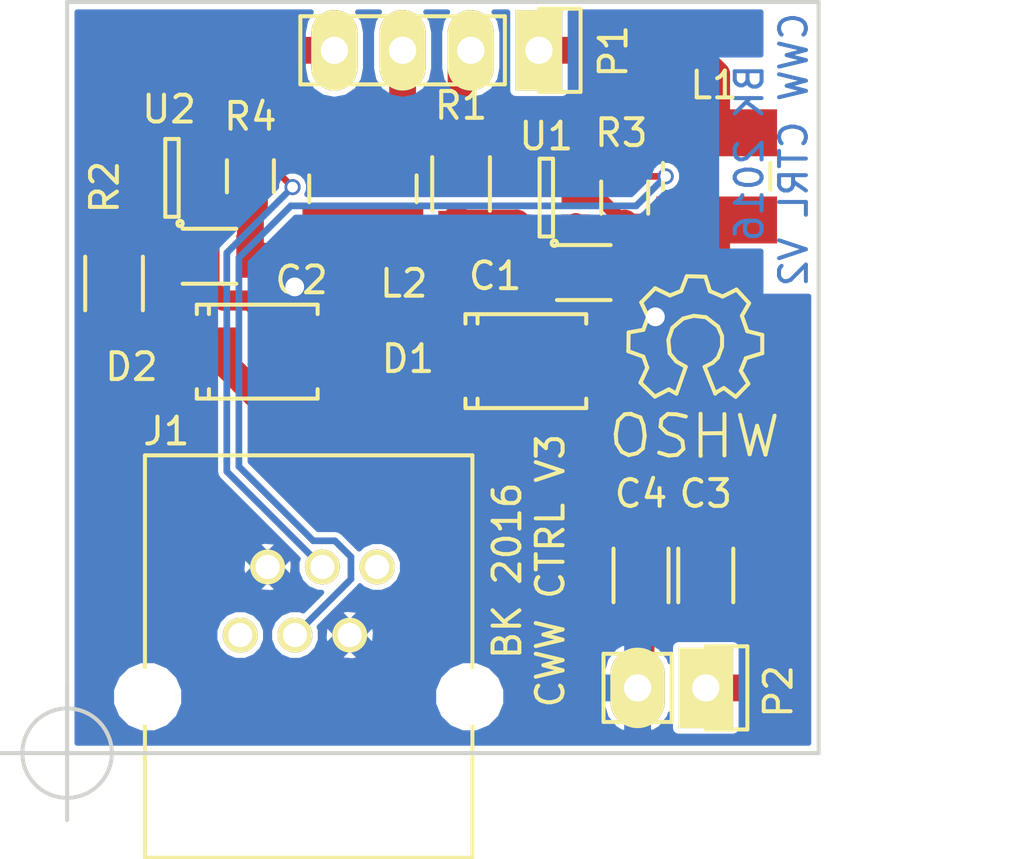
<source format=kicad_pcb>
(kicad_pcb (version 4) (host pcbnew 4.0.2-stable)

  (general
    (links 0)
    (no_connects 5)
    (area 139.924999 61.924999 168.075001 90.075001)
    (thickness 1.6)
    (drawings 8)
    (tracks 106)
    (zones 0)
    (modules 18)
    (nets 11)
  )

  (page A4)
  (layers
    (0 F.Cu signal)
    (31 B.Cu signal)
    (32 B.Adhes user)
    (33 F.Adhes user)
    (34 B.Paste user)
    (35 F.Paste user)
    (36 B.SilkS user)
    (37 F.SilkS user)
    (38 B.Mask user)
    (39 F.Mask user)
    (40 Dwgs.User user)
    (41 Cmts.User user)
    (42 Eco1.User user)
    (43 Eco2.User user)
    (44 Edge.Cuts user)
    (45 Margin user)
    (46 B.CrtYd user)
    (47 F.CrtYd user)
    (48 B.Fab user)
    (49 F.Fab user)
  )

  (setup
    (last_trace_width 0.25)
    (trace_clearance 0.2)
    (zone_clearance 0.2)
    (zone_45_only no)
    (trace_min 0.2)
    (segment_width 0.2)
    (edge_width 0.15)
    (via_size 0.6)
    (via_drill 0.4)
    (via_min_size 0.4)
    (via_min_drill 0.3)
    (uvia_size 0.3)
    (uvia_drill 0.1)
    (uvias_allowed no)
    (uvia_min_size 0.2)
    (uvia_min_drill 0.1)
    (pcb_text_width 0.3)
    (pcb_text_size 1.5 1.5)
    (mod_edge_width 0.15)
    (mod_text_size 1 1)
    (mod_text_width 0.15)
    (pad_size 3 1.7272)
    (pad_drill 1.016)
    (pad_to_mask_clearance 0)
    (aux_axis_origin 140 90)
    (grid_origin 140 90)
    (visible_elements 7FFEFF7F)
    (pcbplotparams
      (layerselection 0x000e8_80000001)
      (usegerberextensions false)
      (excludeedgelayer true)
      (linewidth 0.100000)
      (plotframeref false)
      (viasonmask false)
      (mode 1)
      (useauxorigin false)
      (hpglpennumber 1)
      (hpglpenspeed 20)
      (hpglpendiameter 15)
      (hpglpenoverlay 2)
      (psnegative false)
      (psa4output false)
      (plotreference true)
      (plotvalue false)
      (plotinvisibletext false)
      (padsonsilk false)
      (subtractmaskfromsilk false)
      (outputformat 1)
      (mirror false)
      (drillshape 0)
      (scaleselection 1)
      (outputdirectory Gerber/))
  )

  (net 0 "")
  (net 1 GND)
  (net 2 /VIN)
  (net 3 "Net-(D1-Pad2)")
  (net 4 "Net-(D2-Pad2)")
  (net 5 /OUT1_N)
  (net 6 /OUT1_P)
  (net 7 /OUT2_N)
  (net 8 /OUT2_P)
  (net 9 /PWM2)
  (net 10 /PWM1)

  (net_class Default "This is the default net class."
    (clearance 0.2)
    (trace_width 0.25)
    (via_dia 0.6)
    (via_drill 0.4)
    (uvia_dia 0.3)
    (uvia_drill 0.1)
    (add_net /OUT1_N)
    (add_net /OUT1_P)
    (add_net /OUT2_N)
    (add_net /OUT2_P)
    (add_net /PWM1)
    (add_net /PWM2)
    (add_net /VIN)
    (add_net GND)
    (add_net "Net-(D1-Pad2)")
    (add_net "Net-(D2-Pad2)")
  )

  (module BK_Common:IND_SMD_CD43 (layer F.Cu) (tedit 56E630EB) (tstamp 56E7CA34)
    (at 164.2 68.5 270)
    (path /56E1A9F0)
    (attr smd)
    (fp_text reference L1 (at -3.4 0.1 360) (layer F.SilkS)
      (effects (font (size 1 1) (thickness 0.15)))
    )
    (fp_text value 47uH (at 0.4 3.5 270) (layer F.Fab)
      (effects (font (size 1 1) (thickness 0.15)))
    )
    (fp_line (start -0.5 2) (end 0.5 2) (layer F.SilkS) (width 0.15))
    (fp_line (start -0.5 -2) (end 0.5 -2) (layer F.SilkS) (width 0.15))
    (pad 1 smd rect (at -1.625 0 270) (size 1.75 4.5) (layers F.Cu F.Paste F.Mask)
      (net 5 /OUT1_N))
    (pad 2 smd rect (at 1.625 0 270) (size 1.75 4.5) (layers F.Cu F.Paste F.Mask)
      (net 3 "Net-(D1-Pad2)"))
  )

  (module BK_Common:IND_SMD_CD43 (layer F.Cu) (tedit 56DE70BF) (tstamp 56E19F65)
    (at 151.02 68.963 270)
    (path /56E199D5)
    (attr smd)
    (fp_text reference L2 (at 3.53 -1.524 360) (layer F.SilkS)
      (effects (font (size 1 1) (thickness 0.15)))
    )
    (fp_text value 47uH (at -0.153 -3.175 270) (layer F.Fab)
      (effects (font (size 1 1) (thickness 0.15)))
    )
    (fp_line (start -0.5 2) (end 0.5 2) (layer F.SilkS) (width 0.15))
    (fp_line (start -0.5 -2) (end 0.5 -2) (layer F.SilkS) (width 0.15))
    (pad 1 smd rect (at -1.625 0 270) (size 1.75 4.5) (layers F.Cu F.Paste F.Mask)
      (net 7 /OUT2_N))
    (pad 2 smd rect (at 1.625 0 270) (size 1.75 4.5) (layers F.Cu F.Paste F.Mask)
      (net 4 "Net-(D2-Pad2)"))
  )

  (module Capacitors_SMD:C_1206 (layer F.Cu) (tedit 5415D7BD) (tstamp 56E19EF9)
    (at 159.25 72.085)
    (descr "Capacitor SMD 1206, reflow soldering, AVX (see smccp.pdf)")
    (tags "capacitor 1206")
    (path /56E1A9EA)
    (attr smd)
    (fp_text reference C1 (at -3.302 0.127 180) (layer F.SilkS)
      (effects (font (size 1 1) (thickness 0.15)))
    )
    (fp_text value "10uF 50V" (at 5.08 4.699) (layer F.Fab)
      (effects (font (size 1 1) (thickness 0.15)))
    )
    (fp_line (start -2.3 -1.15) (end 2.3 -1.15) (layer F.CrtYd) (width 0.05))
    (fp_line (start -2.3 1.15) (end 2.3 1.15) (layer F.CrtYd) (width 0.05))
    (fp_line (start -2.3 -1.15) (end -2.3 1.15) (layer F.CrtYd) (width 0.05))
    (fp_line (start 2.3 -1.15) (end 2.3 1.15) (layer F.CrtYd) (width 0.05))
    (fp_line (start 1 -1.025) (end -1 -1.025) (layer F.SilkS) (width 0.15))
    (fp_line (start -1 1.025) (end 1 1.025) (layer F.SilkS) (width 0.15))
    (pad 1 smd rect (at -1.5 0) (size 1 1.6) (layers F.Cu F.Paste F.Mask)
      (net 2 /VIN))
    (pad 2 smd rect (at 1.5 0) (size 1 1.6) (layers F.Cu F.Paste F.Mask)
      (net 1 GND))
    (model Capacitors_SMD.3dshapes/C_1206.wrl
      (at (xyz 0 0 0))
      (scale (xyz 1 1 1))
      (rotate (xyz 0 0 0))
    )
  )

  (module Capacitors_SMD:C_1206 (layer F.Cu) (tedit 5415D7BD) (tstamp 56E19F05)
    (at 145.305 71.477)
    (descr "Capacitor SMD 1206, reflow soldering, AVX (see smccp.pdf)")
    (tags "capacitor 1206")
    (path /56E19974)
    (attr smd)
    (fp_text reference C2 (at 3.429 0.889) (layer F.SilkS)
      (effects (font (size 1 1) (thickness 0.15)))
    )
    (fp_text value "10uF 50V" (at 1.778 1.778) (layer F.Fab)
      (effects (font (size 1 1) (thickness 0.15)))
    )
    (fp_line (start -2.3 -1.15) (end 2.3 -1.15) (layer F.CrtYd) (width 0.05))
    (fp_line (start -2.3 1.15) (end 2.3 1.15) (layer F.CrtYd) (width 0.05))
    (fp_line (start -2.3 -1.15) (end -2.3 1.15) (layer F.CrtYd) (width 0.05))
    (fp_line (start 2.3 -1.15) (end 2.3 1.15) (layer F.CrtYd) (width 0.05))
    (fp_line (start 1 -1.025) (end -1 -1.025) (layer F.SilkS) (width 0.15))
    (fp_line (start -1 1.025) (end 1 1.025) (layer F.SilkS) (width 0.15))
    (pad 1 smd rect (at -1.5 0) (size 1 1.6) (layers F.Cu F.Paste F.Mask)
      (net 2 /VIN))
    (pad 2 smd rect (at 1.5 0) (size 1 1.6) (layers F.Cu F.Paste F.Mask)
      (net 1 GND))
    (model Capacitors_SMD.3dshapes/C_1206.wrl
      (at (xyz 0 0 0))
      (scale (xyz 1 1 1))
      (rotate (xyz 0 0 0))
    )
  )

  (module Capacitors_SMD:C_1206 (layer F.Cu) (tedit 56E52CC3) (tstamp 56E19F11)
    (at 163.795 83.377 270)
    (descr "Capacitor SMD 1206, reflow soldering, AVX (see smccp.pdf)")
    (tags "capacitor 1206")
    (path /56E1A3D7)
    (attr smd)
    (fp_text reference C3 (at -3.048 0 360) (layer F.SilkS)
      (effects (font (size 1 1) (thickness 0.15)))
    )
    (fp_text value "10uF 50V" (at 1.524 -2.159 270) (layer F.Fab)
      (effects (font (size 1 1) (thickness 0.15)))
    )
    (fp_line (start -2.3 -1.15) (end 2.3 -1.15) (layer F.CrtYd) (width 0.05))
    (fp_line (start -2.3 1.15) (end 2.3 1.15) (layer F.CrtYd) (width 0.05))
    (fp_line (start -2.3 -1.15) (end -2.3 1.15) (layer F.CrtYd) (width 0.05))
    (fp_line (start 2.3 -1.15) (end 2.3 1.15) (layer F.CrtYd) (width 0.05))
    (fp_line (start 1 -1.025) (end -1 -1.025) (layer F.SilkS) (width 0.15))
    (fp_line (start -1 1.025) (end 1 1.025) (layer F.SilkS) (width 0.15))
    (pad 1 smd rect (at -1.5 0 270) (size 1 1.6) (layers F.Cu F.Paste F.Mask)
      (net 2 /VIN))
    (pad 2 smd rect (at 1.5 0 270) (size 1 1.6) (layers F.Cu F.Paste F.Mask)
      (net 1 GND))
    (model Capacitors_SMD.3dshapes/C_1206.wrl
      (at (xyz 0 0 0))
      (scale (xyz 1 1 1))
      (rotate (xyz 0 0 0))
    )
  )

  (module Capacitors_SMD:C_1206 (layer F.Cu) (tedit 56E52CCE) (tstamp 56E19F1D)
    (at 161.382 83.377 270)
    (descr "Capacitor SMD 1206, reflow soldering, AVX (see smccp.pdf)")
    (tags "capacitor 1206")
    (path /56E1A420)
    (attr smd)
    (fp_text reference C4 (at -3.048 0 360) (layer F.SilkS)
      (effects (font (size 1 1) (thickness 0.15)))
    )
    (fp_text value "10uF 50V" (at -0.254 1.778 270) (layer F.Fab)
      (effects (font (size 1 1) (thickness 0.15)))
    )
    (fp_line (start -2.3 -1.15) (end 2.3 -1.15) (layer F.CrtYd) (width 0.05))
    (fp_line (start -2.3 1.15) (end 2.3 1.15) (layer F.CrtYd) (width 0.05))
    (fp_line (start -2.3 -1.15) (end -2.3 1.15) (layer F.CrtYd) (width 0.05))
    (fp_line (start 2.3 -1.15) (end 2.3 1.15) (layer F.CrtYd) (width 0.05))
    (fp_line (start 1 -1.025) (end -1 -1.025) (layer F.SilkS) (width 0.15))
    (fp_line (start -1 1.025) (end 1 1.025) (layer F.SilkS) (width 0.15))
    (pad 1 smd rect (at -1.5 0 270) (size 1 1.6) (layers F.Cu F.Paste F.Mask)
      (net 2 /VIN))
    (pad 2 smd rect (at 1.5 0 270) (size 1 1.6) (layers F.Cu F.Paste F.Mask)
      (net 1 GND))
    (model Capacitors_SMD.3dshapes/C_1206.wrl
      (at (xyz 0 0 0))
      (scale (xyz 1 1 1))
      (rotate (xyz 0 0 0))
    )
  )

  (module Pin_Headers:Pin_Header_Straight_1x04 (layer F.Cu) (tedit 56E53153) (tstamp 56E19F78)
    (at 157.58 63.8 270)
    (descr "Through hole pin header")
    (tags "pin header")
    (path /56E1AB3A)
    (fp_text reference P1 (at 0.038 -2.771 270) (layer F.SilkS)
      (effects (font (size 1 1) (thickness 0.15)))
    )
    (fp_text value CONN_01X04 (at 0 -3.1 270) (layer F.Fab) hide
      (effects (font (size 1 1) (thickness 0.15)))
    )
    (fp_line (start -1.75 -1.75) (end -1.75 9.4) (layer F.CrtYd) (width 0.05))
    (fp_line (start 1.75 -1.75) (end 1.75 9.4) (layer F.CrtYd) (width 0.05))
    (fp_line (start -1.75 -1.75) (end 1.75 -1.75) (layer F.CrtYd) (width 0.05))
    (fp_line (start -1.75 9.4) (end 1.75 9.4) (layer F.CrtYd) (width 0.05))
    (fp_line (start -1.27 1.27) (end -1.27 8.89) (layer F.SilkS) (width 0.15))
    (fp_line (start 1.27 1.27) (end 1.27 8.89) (layer F.SilkS) (width 0.15))
    (fp_line (start 1.55 -1.55) (end 1.55 0) (layer F.SilkS) (width 0.15))
    (fp_line (start -1.27 8.89) (end 1.27 8.89) (layer F.SilkS) (width 0.15))
    (fp_line (start 1.27 1.27) (end -1.27 1.27) (layer F.SilkS) (width 0.15))
    (fp_line (start -1.55 0) (end -1.55 -1.55) (layer F.SilkS) (width 0.15))
    (fp_line (start -1.55 -1.55) (end 1.55 -1.55) (layer F.SilkS) (width 0.15))
    (pad 1 thru_hole rect (at 0 0 270) (size 3 1.7272) (drill 1.016) (layers *.Cu *.Mask F.SilkS)
      (net 5 /OUT1_N))
    (pad 2 thru_hole oval (at 0 2.54 270) (size 3 1.7272) (drill 1.016) (layers *.Cu *.Mask F.SilkS)
      (net 6 /OUT1_P))
    (pad 3 thru_hole oval (at 0 5.08 270) (size 3 1.7272) (drill 1.016) (layers *.Cu *.Mask F.SilkS)
      (net 7 /OUT2_N))
    (pad 4 thru_hole oval (at 0 7.62 270) (size 3 1.7272) (drill 1.016) (layers *.Cu *.Mask F.SilkS)
      (net 8 /OUT2_P))
    (model Pin_Headers.3dshapes/Pin_Header_Straight_1x04.wrl
      (at (xyz 0 -0.15 0))
      (scale (xyz 1 1 1))
      (rotate (xyz 0 0 90))
    )
  )

  (module Pin_Headers:Pin_Header_Straight_1x02 (layer F.Cu) (tedit 56E530F1) (tstamp 56E19F89)
    (at 163.795 87.568 270)
    (descr "Through hole pin header")
    (tags "pin header")
    (path /56E1AAAD)
    (fp_text reference P2 (at 0.132 -2.705 270) (layer F.SilkS)
      (effects (font (size 1 1) (thickness 0.15)))
    )
    (fp_text value CONN_01X02 (at 0 -3.1 270) (layer F.Fab) hide
      (effects (font (size 1 1) (thickness 0.15)))
    )
    (fp_line (start 1.27 1.27) (end 1.27 3.81) (layer F.SilkS) (width 0.15))
    (fp_line (start 1.55 -1.55) (end 1.55 0) (layer F.SilkS) (width 0.15))
    (fp_line (start -1.75 -1.75) (end -1.75 4.3) (layer F.CrtYd) (width 0.05))
    (fp_line (start 1.75 -1.75) (end 1.75 4.3) (layer F.CrtYd) (width 0.05))
    (fp_line (start -1.75 -1.75) (end 1.75 -1.75) (layer F.CrtYd) (width 0.05))
    (fp_line (start -1.75 4.3) (end 1.75 4.3) (layer F.CrtYd) (width 0.05))
    (fp_line (start 1.27 1.27) (end -1.27 1.27) (layer F.SilkS) (width 0.15))
    (fp_line (start -1.55 0) (end -1.55 -1.55) (layer F.SilkS) (width 0.15))
    (fp_line (start -1.55 -1.55) (end 1.55 -1.55) (layer F.SilkS) (width 0.15))
    (fp_line (start -1.27 1.27) (end -1.27 3.81) (layer F.SilkS) (width 0.15))
    (fp_line (start -1.27 3.81) (end 1.27 3.81) (layer F.SilkS) (width 0.15))
    (pad 1 thru_hole rect (at 0 0 270) (size 3 2.032) (drill 1.016) (layers *.Cu *.Mask F.SilkS)
      (net 2 /VIN))
    (pad 2 thru_hole oval (at 0 2.54 270) (size 3 2.032) (drill 1.016) (layers *.Cu *.Mask F.SilkS)
      (net 1 GND))
    (model Pin_Headers.3dshapes/Pin_Header_Straight_1x02.wrl
      (at (xyz 0 -0.05 0))
      (scale (xyz 1 1 1))
      (rotate (xyz 0 0 90))
    )
  )

  (module Resistors_SMD:R_1206 (layer F.Cu) (tedit 5415CFA7) (tstamp 56E19F95)
    (at 154.678 68.783 270)
    (descr "Resistor SMD 1206, reflow soldering, Vishay (see dcrcw.pdf)")
    (tags "resistor 1206")
    (path /56E1AA08)
    (attr smd)
    (fp_text reference R1 (at -2.921 0 360) (layer F.SilkS)
      (effects (font (size 1 1) (thickness 0.15)))
    )
    (fp_text value 0R39 (at 0.254 1.778 270) (layer F.Fab)
      (effects (font (size 1 1) (thickness 0.15)))
    )
    (fp_line (start -2.2 -1.2) (end 2.2 -1.2) (layer F.CrtYd) (width 0.05))
    (fp_line (start -2.2 1.2) (end 2.2 1.2) (layer F.CrtYd) (width 0.05))
    (fp_line (start -2.2 -1.2) (end -2.2 1.2) (layer F.CrtYd) (width 0.05))
    (fp_line (start 2.2 -1.2) (end 2.2 1.2) (layer F.CrtYd) (width 0.05))
    (fp_line (start 1 1.075) (end -1 1.075) (layer F.SilkS) (width 0.15))
    (fp_line (start -1 -1.075) (end 1 -1.075) (layer F.SilkS) (width 0.15))
    (pad 1 smd rect (at -1.45 0 270) (size 0.9 1.7) (layers F.Cu F.Paste F.Mask)
      (net 6 /OUT1_P))
    (pad 2 smd rect (at 1.45 0 270) (size 0.9 1.7) (layers F.Cu F.Paste F.Mask)
      (net 2 /VIN))
    (model Resistors_SMD.3dshapes/R_1206.wrl
      (at (xyz 0 0 0))
      (scale (xyz 1 1 1))
      (rotate (xyz 0 0 0))
    )
  )

  (module Resistors_SMD:R_1206 (layer F.Cu) (tedit 5415CFA7) (tstamp 56E19FA1)
    (at 141.749 72.493 270)
    (descr "Resistor SMD 1206, reflow soldering, Vishay (see dcrcw.pdf)")
    (tags "resistor 1206")
    (path /56E19E06)
    (attr smd)
    (fp_text reference R2 (at -3.593 0.349 450) (layer F.SilkS)
      (effects (font (size 1 1) (thickness 0.15)))
    )
    (fp_text value 0R39 (at 0.254 1.905 270) (layer F.Fab)
      (effects (font (size 1 1) (thickness 0.15)))
    )
    (fp_line (start -2.2 -1.2) (end 2.2 -1.2) (layer F.CrtYd) (width 0.05))
    (fp_line (start -2.2 1.2) (end 2.2 1.2) (layer F.CrtYd) (width 0.05))
    (fp_line (start -2.2 -1.2) (end -2.2 1.2) (layer F.CrtYd) (width 0.05))
    (fp_line (start 2.2 -1.2) (end 2.2 1.2) (layer F.CrtYd) (width 0.05))
    (fp_line (start 1 1.075) (end -1 1.075) (layer F.SilkS) (width 0.15))
    (fp_line (start -1 -1.075) (end 1 -1.075) (layer F.SilkS) (width 0.15))
    (pad 1 smd rect (at -1.45 0 270) (size 0.9 1.7) (layers F.Cu F.Paste F.Mask)
      (net 8 /OUT2_P))
    (pad 2 smd rect (at 1.45 0 270) (size 0.9 1.7) (layers F.Cu F.Paste F.Mask)
      (net 2 /VIN))
    (model Resistors_SMD.3dshapes/R_1206.wrl
      (at (xyz 0 0 0))
      (scale (xyz 1 1 1))
      (rotate (xyz 0 0 0))
    )
  )

  (module Resistors_SMD:R_0805 (layer F.Cu) (tedit 5415CDEB) (tstamp 56E19FAD)
    (at 160.774 69.291 270)
    (descr "Resistor SMD 0805, reflow soldering, Vishay (see dcrcw.pdf)")
    (tags "resistor 0805")
    (path /56E1AA02)
    (attr smd)
    (fp_text reference R3 (at -2.413 0.127 360) (layer F.SilkS)
      (effects (font (size 1 1) (thickness 0.15)))
    )
    (fp_text value 10k (at 0 -1.27 270) (layer F.Fab)
      (effects (font (size 1 1) (thickness 0.15)))
    )
    (fp_line (start -1.6 -1) (end 1.6 -1) (layer F.CrtYd) (width 0.05))
    (fp_line (start -1.6 1) (end 1.6 1) (layer F.CrtYd) (width 0.05))
    (fp_line (start -1.6 -1) (end -1.6 1) (layer F.CrtYd) (width 0.05))
    (fp_line (start 1.6 -1) (end 1.6 1) (layer F.CrtYd) (width 0.05))
    (fp_line (start 0.6 0.875) (end -0.6 0.875) (layer F.SilkS) (width 0.15))
    (fp_line (start -0.6 -0.875) (end 0.6 -0.875) (layer F.SilkS) (width 0.15))
    (pad 1 smd rect (at -0.95 0 270) (size 0.7 1.3) (layers F.Cu F.Paste F.Mask)
      (net 10 /PWM1))
    (pad 2 smd rect (at 0.95 0 270) (size 0.7 1.3) (layers F.Cu F.Paste F.Mask)
      (net 1 GND))
    (model Resistors_SMD.3dshapes/R_0805.wrl
      (at (xyz 0 0 0))
      (scale (xyz 1 1 1))
      (rotate (xyz 0 0 0))
    )
  )

  (module Resistors_SMD:R_0805 (layer F.Cu) (tedit 5415CDEB) (tstamp 56E19FB9)
    (at 146.829 68.495 270)
    (descr "Resistor SMD 0805, reflow soldering, Vishay (see dcrcw.pdf)")
    (tags "resistor 0805")
    (path /56E19D08)
    (attr smd)
    (fp_text reference R4 (at -2.225 0 360) (layer F.SilkS)
      (effects (font (size 1 1) (thickness 0.15)))
    )
    (fp_text value 10k (at 0 -1.397 270) (layer F.Fab)
      (effects (font (size 1 1) (thickness 0.15)))
    )
    (fp_line (start -1.6 -1) (end 1.6 -1) (layer F.CrtYd) (width 0.05))
    (fp_line (start -1.6 1) (end 1.6 1) (layer F.CrtYd) (width 0.05))
    (fp_line (start -1.6 -1) (end -1.6 1) (layer F.CrtYd) (width 0.05))
    (fp_line (start 1.6 -1) (end 1.6 1) (layer F.CrtYd) (width 0.05))
    (fp_line (start 0.6 0.875) (end -0.6 0.875) (layer F.SilkS) (width 0.15))
    (fp_line (start -0.6 -0.875) (end 0.6 -0.875) (layer F.SilkS) (width 0.15))
    (pad 1 smd rect (at -0.95 0 270) (size 0.7 1.3) (layers F.Cu F.Paste F.Mask)
      (net 9 /PWM2))
    (pad 2 smd rect (at 0.95 0 270) (size 0.7 1.3) (layers F.Cu F.Paste F.Mask)
      (net 1 GND))
    (model Resistors_SMD.3dshapes/R_0805.wrl
      (at (xyz 0 0 0))
      (scale (xyz 1 1 1))
      (rotate (xyz 0 0 0))
    )
  )

  (module TO_SOT_Packages_SMD:SOT-23-5 (layer F.Cu) (tedit 55360473) (tstamp 56E19FCB)
    (at 157.853 69.291 180)
    (descr "5-pin SOT23 package")
    (tags SOT-23-5)
    (path /56E1A9E4)
    (attr smd)
    (fp_text reference U1 (at 0 2.286 180) (layer F.SilkS)
      (effects (font (size 1 1) (thickness 0.15)))
    )
    (fp_text value BP1360 (at 7.239 3.048 180) (layer F.Fab)
      (effects (font (size 1 1) (thickness 0.15)))
    )
    (fp_line (start -1.8 -1.6) (end 1.8 -1.6) (layer F.CrtYd) (width 0.05))
    (fp_line (start 1.8 -1.6) (end 1.8 1.6) (layer F.CrtYd) (width 0.05))
    (fp_line (start 1.8 1.6) (end -1.8 1.6) (layer F.CrtYd) (width 0.05))
    (fp_line (start -1.8 1.6) (end -1.8 -1.6) (layer F.CrtYd) (width 0.05))
    (fp_circle (center -0.3 -1.7) (end -0.2 -1.7) (layer F.SilkS) (width 0.15))
    (fp_line (start 0.25 -1.45) (end -0.25 -1.45) (layer F.SilkS) (width 0.15))
    (fp_line (start 0.25 1.45) (end 0.25 -1.45) (layer F.SilkS) (width 0.15))
    (fp_line (start -0.25 1.45) (end 0.25 1.45) (layer F.SilkS) (width 0.15))
    (fp_line (start -0.25 -1.45) (end -0.25 1.45) (layer F.SilkS) (width 0.15))
    (pad 1 smd rect (at -1.1 -0.95 180) (size 1.06 0.65) (layers F.Cu F.Paste F.Mask)
      (net 3 "Net-(D1-Pad2)"))
    (pad 2 smd rect (at -1.1 0 180) (size 1.06 0.65) (layers F.Cu F.Paste F.Mask)
      (net 1 GND))
    (pad 3 smd rect (at -1.1 0.95 180) (size 1.06 0.65) (layers F.Cu F.Paste F.Mask)
      (net 10 /PWM1))
    (pad 4 smd rect (at 1.1 0.95 180) (size 1.06 0.65) (layers F.Cu F.Paste F.Mask)
      (net 6 /OUT1_P))
    (pad 5 smd rect (at 1.1 -0.95 180) (size 1.06 0.65) (layers F.Cu F.Paste F.Mask)
      (net 2 /VIN))
    (model TO_SOT_Packages_SMD.3dshapes/SOT-23-5.wrl
      (at (xyz 0 0 0))
      (scale (xyz 1 1 1))
      (rotate (xyz 0 0 0))
    )
  )

  (module TO_SOT_Packages_SMD:SOT-23-5 (layer F.Cu) (tedit 55360473) (tstamp 56E19FDD)
    (at 143.908 68.556 180)
    (descr "5-pin SOT23 package")
    (tags SOT-23-5)
    (path /56E198E4)
    (attr smd)
    (fp_text reference U2 (at 0.108 2.556 360) (layer F.SilkS)
      (effects (font (size 1 1) (thickness 0.15)))
    )
    (fp_text value BP1360 (at 0.762 2.286 180) (layer F.Fab)
      (effects (font (size 1 1) (thickness 0.15)))
    )
    (fp_line (start -1.8 -1.6) (end 1.8 -1.6) (layer F.CrtYd) (width 0.05))
    (fp_line (start 1.8 -1.6) (end 1.8 1.6) (layer F.CrtYd) (width 0.05))
    (fp_line (start 1.8 1.6) (end -1.8 1.6) (layer F.CrtYd) (width 0.05))
    (fp_line (start -1.8 1.6) (end -1.8 -1.6) (layer F.CrtYd) (width 0.05))
    (fp_circle (center -0.3 -1.7) (end -0.2 -1.7) (layer F.SilkS) (width 0.15))
    (fp_line (start 0.25 -1.45) (end -0.25 -1.45) (layer F.SilkS) (width 0.15))
    (fp_line (start 0.25 1.45) (end 0.25 -1.45) (layer F.SilkS) (width 0.15))
    (fp_line (start -0.25 1.45) (end 0.25 1.45) (layer F.SilkS) (width 0.15))
    (fp_line (start -0.25 -1.45) (end -0.25 1.45) (layer F.SilkS) (width 0.15))
    (pad 1 smd rect (at -1.1 -0.95 180) (size 1.06 0.65) (layers F.Cu F.Paste F.Mask)
      (net 4 "Net-(D2-Pad2)"))
    (pad 2 smd rect (at -1.1 0 180) (size 1.06 0.65) (layers F.Cu F.Paste F.Mask)
      (net 1 GND))
    (pad 3 smd rect (at -1.1 0.95 180) (size 1.06 0.65) (layers F.Cu F.Paste F.Mask)
      (net 9 /PWM2))
    (pad 4 smd rect (at 1.1 0.95 180) (size 1.06 0.65) (layers F.Cu F.Paste F.Mask)
      (net 8 /OUT2_P))
    (pad 5 smd rect (at 1.1 -0.95 180) (size 1.06 0.65) (layers F.Cu F.Paste F.Mask)
      (net 2 /VIN))
    (model TO_SOT_Packages_SMD.3dshapes/SOT-23-5.wrl
      (at (xyz 0 0 0))
      (scale (xyz 1 1 1))
      (rotate (xyz 0 0 0))
    )
  )

  (module Diodes_SMD:SMA_Standard (layer F.Cu) (tedit 56E521FA) (tstamp 56E4ECCD)
    (at 157.091 75.387)
    (descr "Diode SMA")
    (tags "Diode SMA")
    (path /56E1A9F6)
    (attr smd)
    (fp_text reference D1 (at -4.391 -0.087 180) (layer F.SilkS)
      (effects (font (size 1 1) (thickness 0.15)))
    )
    (fp_text value SS14 (at 5.334 -1.397) (layer F.Fab)
      (effects (font (size 1 1) (thickness 0.15)))
    )
    (fp_line (start -3.5 -2) (end 3.5 -2) (layer F.CrtYd) (width 0.05))
    (fp_line (start 3.5 -2) (end 3.5 2) (layer F.CrtYd) (width 0.05))
    (fp_line (start 3.5 2) (end -3.5 2) (layer F.CrtYd) (width 0.05))
    (fp_line (start -3.5 2) (end -3.5 -2) (layer F.CrtYd) (width 0.05))
    (fp_text user K (at -2.9 2.95) (layer F.SilkS) hide
      (effects (font (size 1 1) (thickness 0.15)))
    )
    (fp_text user A (at 2.9 2.9) (layer F.SilkS) hide
      (effects (font (size 1 1) (thickness 0.15)))
    )
    (fp_circle (center 0 0) (end 0.20066 -0.0508) (layer F.Adhes) (width 0.381))
    (fp_line (start -1.79914 1.75006) (end -1.79914 1.39954) (layer F.SilkS) (width 0.15))
    (fp_line (start -1.79914 -1.75006) (end -1.79914 -1.39954) (layer F.SilkS) (width 0.15))
    (fp_line (start 2.25044 1.75006) (end 2.25044 1.39954) (layer F.SilkS) (width 0.15))
    (fp_line (start -2.25044 1.75006) (end -2.25044 1.39954) (layer F.SilkS) (width 0.15))
    (fp_line (start -2.25044 -1.75006) (end -2.25044 -1.39954) (layer F.SilkS) (width 0.15))
    (fp_line (start 2.25044 -1.75006) (end 2.25044 -1.39954) (layer F.SilkS) (width 0.15))
    (fp_line (start -2.25044 1.75006) (end 2.25044 1.75006) (layer F.SilkS) (width 0.15))
    (fp_line (start -2.25044 -1.75006) (end 2.25044 -1.75006) (layer F.SilkS) (width 0.15))
    (pad 1 smd rect (at -1.99898 0) (size 2.49936 1.80086) (layers F.Cu F.Paste F.Mask)
      (net 2 /VIN))
    (pad 2 smd rect (at 1.99898 0) (size 2.49936 1.80086) (layers F.Cu F.Paste F.Mask)
      (net 3 "Net-(D1-Pad2)"))
    (model Diodes_SMD.3dshapes/SMA_Standard.wrl
      (at (xyz 0 0 0))
      (scale (xyz 0.3937 0.3937 0.3937))
      (rotate (xyz 0 0 180))
    )
  )

  (module Diodes_SMD:SMA_Standard (layer F.Cu) (tedit 56E52218) (tstamp 56E4ECE1)
    (at 147.083 75.033)
    (descr "Diode SMA")
    (tags "Diode SMA")
    (path /56E19A7D)
    (attr smd)
    (fp_text reference D2 (at -4.683 0.567 180) (layer F.SilkS)
      (effects (font (size 1 1) (thickness 0.15)))
    )
    (fp_text value SS14 (at -5.461 1.905) (layer F.Fab)
      (effects (font (size 1 1) (thickness 0.15)))
    )
    (fp_line (start -3.5 -2) (end 3.5 -2) (layer F.CrtYd) (width 0.05))
    (fp_line (start 3.5 -2) (end 3.5 2) (layer F.CrtYd) (width 0.05))
    (fp_line (start 3.5 2) (end -3.5 2) (layer F.CrtYd) (width 0.05))
    (fp_line (start -3.5 2) (end -3.5 -2) (layer F.CrtYd) (width 0.05))
    (fp_text user K (at -2.9 2.95) (layer F.SilkS) hide
      (effects (font (size 1 1) (thickness 0.15)))
    )
    (fp_text user A (at 2.9 2.9) (layer F.SilkS) hide
      (effects (font (size 1 1) (thickness 0.15)))
    )
    (fp_circle (center 0 0) (end 0.20066 -0.0508) (layer F.Adhes) (width 0.381))
    (fp_line (start -1.79914 1.75006) (end -1.79914 1.39954) (layer F.SilkS) (width 0.15))
    (fp_line (start -1.79914 -1.75006) (end -1.79914 -1.39954) (layer F.SilkS) (width 0.15))
    (fp_line (start 2.25044 1.75006) (end 2.25044 1.39954) (layer F.SilkS) (width 0.15))
    (fp_line (start -2.25044 1.75006) (end -2.25044 1.39954) (layer F.SilkS) (width 0.15))
    (fp_line (start -2.25044 -1.75006) (end -2.25044 -1.39954) (layer F.SilkS) (width 0.15))
    (fp_line (start 2.25044 -1.75006) (end 2.25044 -1.39954) (layer F.SilkS) (width 0.15))
    (fp_line (start -2.25044 1.75006) (end 2.25044 1.75006) (layer F.SilkS) (width 0.15))
    (fp_line (start -2.25044 -1.75006) (end 2.25044 -1.75006) (layer F.SilkS) (width 0.15))
    (pad 1 smd rect (at -1.99898 0) (size 2.49936 1.80086) (layers F.Cu F.Paste F.Mask)
      (net 2 /VIN))
    (pad 2 smd rect (at 1.99898 0) (size 2.49936 1.80086) (layers F.Cu F.Paste F.Mask)
      (net 4 "Net-(D2-Pad2)"))
    (model Diodes_SMD.3dshapes/SMA_Standard.wrl
      (at (xyz 0 0 0))
      (scale (xyz 0.3937 0.3937 0.3937))
      (rotate (xyz 0 0 180))
    )
  )

  (module BK_Common:RJ12_2mm_Pitch (layer F.Cu) (tedit 56E7B11E) (tstamp 56E7CA33)
    (at 149 87.9)
    (path /56E7CA9D)
    (fp_text reference J1 (at -5.3 -9.9 180) (layer F.SilkS)
      (effects (font (size 1 1) (thickness 0.15)))
    )
    (fp_text value RJ12 (at 0 -9.9) (layer F.Fab)
      (effects (font (size 1 1) (thickness 0.15)))
    )
    (fp_line (start -6.1 -9) (end -6.1 6) (layer F.SilkS) (width 0.15))
    (fp_line (start 6.1 -9) (end 6.1 6) (layer F.SilkS) (width 0.15))
    (fp_line (start -6.1 6) (end 6.1 6) (layer F.SilkS) (width 0.15))
    (fp_line (start -6.1 -9) (end 6.1 -9) (layer F.SilkS) (width 0.15))
    (pad 4 thru_hole circle (at 0.51 -4.84) (size 1.3 1.3) (drill 0.9) (layers *.Cu *.Mask F.SilkS)
      (net 9 /PWM2))
    (pad 2 thru_hole circle (at -1.53 -4.84) (size 1.3 1.3) (drill 0.9) (layers *.Cu *.Mask F.SilkS)
      (net 1 GND))
    (pad 6 thru_hole circle (at 2.55 -4.84) (size 1.3 1.3) (drill 0.9) (layers *.Cu *.Mask F.SilkS))
    (pad 1 thru_hole circle (at -2.55 -2.3) (size 1.3 1.3) (drill 0.9) (layers *.Cu *.Mask F.SilkS))
    (pad 3 thru_hole circle (at -0.51 -2.3) (size 1.3 1.3) (drill 0.9) (layers *.Cu *.Mask F.SilkS)
      (net 10 /PWM1))
    (pad 5 thru_hole circle (at 1.53 -2.3) (size 1.3 1.3) (drill 0.9) (layers *.Cu *.Mask F.SilkS)
      (net 1 GND))
    (pad "" np_thru_hole circle (at 6 0) (size 2.1 2.1) (drill 2.1) (layers *.Cu *.Mask F.SilkS))
    (pad "" np_thru_hole circle (at -6 0) (size 2.1 2.1) (drill 2.1) (layers *.Cu *.Mask F.SilkS))
  )

  (module Symbols:Symbol_OSHW-Logo_SilkScreen (layer F.Cu) (tedit 56E7D054) (tstamp 56E7D004)
    (at 163.4 74.7)
    (descr "Symbol, OSHW-Logo, Silk Screen,")
    (tags "Symbol, OSHW-Logo, Silk Screen,")
    (fp_text reference REF** (at 0.09906 -4.38912) (layer F.SilkS) hide
      (effects (font (size 1 1) (thickness 0.15)))
    )
    (fp_text value Symbol_OSHW-Logo_SilkScreen (at 0.30988 6.56082) (layer F.Fab)
      (effects (font (size 1 1) (thickness 0.15)))
    )
    (fp_line (start 1.66878 2.68986) (end 2.02946 4.16052) (layer F.SilkS) (width 0.15))
    (fp_line (start 2.02946 4.16052) (end 2.30886 3.0988) (layer F.SilkS) (width 0.15))
    (fp_line (start 2.30886 3.0988) (end 2.61874 4.17068) (layer F.SilkS) (width 0.15))
    (fp_line (start 2.61874 4.17068) (end 2.9591 2.72034) (layer F.SilkS) (width 0.15))
    (fp_line (start 0.24892 3.38074) (end 1.03886 3.37058) (layer F.SilkS) (width 0.15))
    (fp_line (start 1.03886 3.37058) (end 1.04902 3.38074) (layer F.SilkS) (width 0.15))
    (fp_line (start 1.04902 3.38074) (end 1.04902 3.37058) (layer F.SilkS) (width 0.15))
    (fp_line (start 1.08966 2.65938) (end 1.08966 4.20116) (layer F.SilkS) (width 0.15))
    (fp_line (start 0.20066 2.64922) (end 0.20066 4.21894) (layer F.SilkS) (width 0.15))
    (fp_line (start 0.20066 4.21894) (end 0.21082 4.20878) (layer F.SilkS) (width 0.15))
    (fp_line (start -0.35052 2.75082) (end -0.70104 2.66954) (layer F.SilkS) (width 0.15))
    (fp_line (start -0.70104 2.66954) (end -1.02108 2.65938) (layer F.SilkS) (width 0.15))
    (fp_line (start -1.02108 2.65938) (end -1.25984 2.86004) (layer F.SilkS) (width 0.15))
    (fp_line (start -1.25984 2.86004) (end -1.29032 3.12928) (layer F.SilkS) (width 0.15))
    (fp_line (start -1.29032 3.12928) (end -1.04902 3.37058) (layer F.SilkS) (width 0.15))
    (fp_line (start -1.04902 3.37058) (end -0.6604 3.50012) (layer F.SilkS) (width 0.15))
    (fp_line (start -0.6604 3.50012) (end -0.48006 3.66014) (layer F.SilkS) (width 0.15))
    (fp_line (start -0.48006 3.66014) (end -0.43942 3.95986) (layer F.SilkS) (width 0.15))
    (fp_line (start -0.43942 3.95986) (end -0.67056 4.18084) (layer F.SilkS) (width 0.15))
    (fp_line (start -0.67056 4.18084) (end -0.9906 4.20878) (layer F.SilkS) (width 0.15))
    (fp_line (start -0.9906 4.20878) (end -1.34112 4.09956) (layer F.SilkS) (width 0.15))
    (fp_line (start -2.37998 2.64922) (end -2.6289 2.66954) (layer F.SilkS) (width 0.15))
    (fp_line (start -2.6289 2.66954) (end -2.8702 2.91084) (layer F.SilkS) (width 0.15))
    (fp_line (start -2.8702 2.91084) (end -2.9591 3.40106) (layer F.SilkS) (width 0.15))
    (fp_line (start -2.9591 3.40106) (end -2.93116 3.74904) (layer F.SilkS) (width 0.15))
    (fp_line (start -2.93116 3.74904) (end -2.7305 4.06908) (layer F.SilkS) (width 0.15))
    (fp_line (start -2.7305 4.06908) (end -2.47904 4.191) (layer F.SilkS) (width 0.15))
    (fp_line (start -2.47904 4.191) (end -2.16916 4.11988) (layer F.SilkS) (width 0.15))
    (fp_line (start -2.16916 4.11988) (end -1.95072 3.93954) (layer F.SilkS) (width 0.15))
    (fp_line (start -1.95072 3.93954) (end -1.8796 3.4798) (layer F.SilkS) (width 0.15))
    (fp_line (start -1.8796 3.4798) (end -1.9304 3.07086) (layer F.SilkS) (width 0.15))
    (fp_line (start -1.9304 3.07086) (end -2.03962 2.78892) (layer F.SilkS) (width 0.15))
    (fp_line (start -2.03962 2.78892) (end -2.4003 2.65938) (layer F.SilkS) (width 0.15))
    (fp_line (start -1.78054 0.92964) (end -2.03962 1.49098) (layer F.SilkS) (width 0.15))
    (fp_line (start -2.03962 1.49098) (end -1.50114 2.00914) (layer F.SilkS) (width 0.15))
    (fp_line (start -1.50114 2.00914) (end -0.98044 1.7399) (layer F.SilkS) (width 0.15))
    (fp_line (start -0.98044 1.7399) (end -0.70104 1.89992) (layer F.SilkS) (width 0.15))
    (fp_line (start 0.73914 1.8796) (end 1.06934 1.6891) (layer F.SilkS) (width 0.15))
    (fp_line (start 1.06934 1.6891) (end 1.50876 2.0193) (layer F.SilkS) (width 0.15))
    (fp_line (start 1.50876 2.0193) (end 1.9812 1.52908) (layer F.SilkS) (width 0.15))
    (fp_line (start 1.9812 1.52908) (end 1.69926 1.04902) (layer F.SilkS) (width 0.15))
    (fp_line (start 1.69926 1.04902) (end 1.88976 0.57912) (layer F.SilkS) (width 0.15))
    (fp_line (start 1.88976 0.57912) (end 2.49936 0.39116) (layer F.SilkS) (width 0.15))
    (fp_line (start 2.49936 0.39116) (end 2.49936 -0.28956) (layer F.SilkS) (width 0.15))
    (fp_line (start 2.49936 -0.28956) (end 1.94056 -0.42926) (layer F.SilkS) (width 0.15))
    (fp_line (start 1.94056 -0.42926) (end 1.7399 -1.00076) (layer F.SilkS) (width 0.15))
    (fp_line (start 1.7399 -1.00076) (end 2.00914 -1.47066) (layer F.SilkS) (width 0.15))
    (fp_line (start 2.00914 -1.47066) (end 1.53924 -1.9812) (layer F.SilkS) (width 0.15))
    (fp_line (start 1.53924 -1.9812) (end 1.02108 -1.71958) (layer F.SilkS) (width 0.15))
    (fp_line (start 1.02108 -1.71958) (end 0.55118 -1.92024) (layer F.SilkS) (width 0.15))
    (fp_line (start 0.55118 -1.92024) (end 0.381 -2.46126) (layer F.SilkS) (width 0.15))
    (fp_line (start 0.381 -2.46126) (end -0.30988 -2.47904) (layer F.SilkS) (width 0.15))
    (fp_line (start -0.30988 -2.47904) (end -0.5207 -1.9304) (layer F.SilkS) (width 0.15))
    (fp_line (start -0.5207 -1.9304) (end -0.9398 -1.76022) (layer F.SilkS) (width 0.15))
    (fp_line (start -0.9398 -1.76022) (end -1.49098 -2.02946) (layer F.SilkS) (width 0.15))
    (fp_line (start -1.49098 -2.02946) (end -2.00914 -1.50114) (layer F.SilkS) (width 0.15))
    (fp_line (start -2.00914 -1.50114) (end -1.76022 -0.96012) (layer F.SilkS) (width 0.15))
    (fp_line (start -1.76022 -0.96012) (end -1.9304 -0.48006) (layer F.SilkS) (width 0.15))
    (fp_line (start -1.9304 -0.48006) (end -2.47904 -0.381) (layer F.SilkS) (width 0.15))
    (fp_line (start -2.47904 -0.381) (end -2.4892 0.32004) (layer F.SilkS) (width 0.15))
    (fp_line (start -2.4892 0.32004) (end -1.9304 0.5207) (layer F.SilkS) (width 0.15))
    (fp_line (start -1.9304 0.5207) (end -1.7907 0.91948) (layer F.SilkS) (width 0.15))
    (fp_line (start 0.35052 0.89916) (end 0.65024 0.7493) (layer F.SilkS) (width 0.15))
    (fp_line (start 0.65024 0.7493) (end 0.8509 0.55118) (layer F.SilkS) (width 0.15))
    (fp_line (start 0.8509 0.55118) (end 1.00076 0.14986) (layer F.SilkS) (width 0.15))
    (fp_line (start 1.00076 0.14986) (end 1.00076 -0.24892) (layer F.SilkS) (width 0.15))
    (fp_line (start 1.00076 -0.24892) (end 0.8509 -0.59944) (layer F.SilkS) (width 0.15))
    (fp_line (start 0.8509 -0.59944) (end 0.39878 -0.94996) (layer F.SilkS) (width 0.15))
    (fp_line (start 0.39878 -0.94996) (end -0.0508 -1.00076) (layer F.SilkS) (width 0.15))
    (fp_line (start -0.0508 -1.00076) (end -0.44958 -0.89916) (layer F.SilkS) (width 0.15))
    (fp_line (start -0.44958 -0.89916) (end -0.8509 -0.55118) (layer F.SilkS) (width 0.15))
    (fp_line (start -0.8509 -0.55118) (end -1.00076 -0.09906) (layer F.SilkS) (width 0.15))
    (fp_line (start -1.00076 -0.09906) (end -0.94996 0.39878) (layer F.SilkS) (width 0.15))
    (fp_line (start -0.94996 0.39878) (end -0.70104 0.70104) (layer F.SilkS) (width 0.15))
    (fp_line (start -0.70104 0.70104) (end -0.35052 0.89916) (layer F.SilkS) (width 0.15))
    (fp_line (start -0.35052 0.89916) (end -0.70104 1.89992) (layer F.SilkS) (width 0.15))
    (fp_line (start 0.35052 0.89916) (end 0.7493 1.89992) (layer F.SilkS) (width 0.15))
  )

  (gr_text "BK 2016\nCWW CTRL V3" (at 157.2 83.2 90) (layer F.SilkS)
    (effects (font (size 1 1) (thickness 0.15)))
  )
  (gr_text "CWW CTRL V2" (at 167.07 67.502 90) (layer B.Cu)
    (effects (font (size 1 1) (thickness 0.15)) (justify mirror))
  )
  (gr_text "BK 2016" (at 165.419 67.629 90) (layer B.Cu)
    (effects (font (size 1 1) (thickness 0.15)) (justify mirror))
  )
  (target plus (at 140 90) (size 5) (width 0.15) (layer Edge.Cuts))
  (gr_line (start 140 62) (end 140 90) (layer Edge.Cuts) (width 0.15))
  (gr_line (start 168 62) (end 140 62) (layer Edge.Cuts) (width 0.15))
  (gr_line (start 168 90) (end 168 62) (layer Edge.Cuts) (width 0.15))
  (gr_line (start 140 90) (end 168 90) (layer Edge.Cuts) (width 0.15))

  (segment (start 161.382 84.877) (end 161.382 87.441) (width 1) (layer F.Cu) (net 1))
  (segment (start 161.382 87.441) (end 161.255 87.568) (width 1) (layer F.Cu) (net 1))
  (segment (start 163.795 84.877) (end 161.382 84.877) (width 1) (layer F.Cu) (net 1))
  (via (at 161.917 73.736) (size 1) (drill 0.7) (layers F.Cu B.Cu) (net 1))
  (segment (start 160.75 72.569) (end 161.917 73.736) (width 1) (layer F.Cu) (net 1))
  (segment (start 160.75 72.085) (end 160.75 72.569) (width 1) (layer F.Cu) (net 1))
  (segment (start 158.953 69.291) (end 159.824 69.291) (width 0.5) (layer F.Cu) (net 1))
  (segment (start 159.824 69.291) (end 160.774 70.241) (width 0.5) (layer F.Cu) (net 1))
  (segment (start 160.774 70.241) (end 160.774 72.061) (width 1) (layer F.Cu) (net 1))
  (segment (start 160.774 72.061) (end 160.75 72.085) (width 1) (layer F.Cu) (net 1))
  (via (at 148.48 72.62) (size 1) (drill 0.7) (layers F.Cu B.Cu) (net 1))
  (segment (start 147.337 71.477) (end 148.48 72.62) (width 1) (layer F.Cu) (net 1))
  (segment (start 146.805 71.477) (end 147.337 71.477) (width 1) (layer F.Cu) (net 1))
  (segment (start 146.829 69.445) (end 146.829 71.453) (width 1) (layer F.Cu) (net 1))
  (segment (start 146.829 71.453) (end 146.805 71.477) (width 1) (layer F.Cu) (net 1))
  (segment (start 145.008 68.556) (end 145.94 68.556) (width 0.5) (layer F.Cu) (net 1))
  (segment (start 145.94 68.556) (end 146.829 69.445) (width 0.5) (layer F.Cu) (net 1))
  (segment (start 161.382 81.877) (end 161.382 81.67698) (width 1) (layer F.Cu) (net 2))
  (segment (start 161.382 81.67698) (end 155.09202 75.387) (width 1) (layer F.Cu) (net 2))
  (segment (start 153.5 78.4) (end 148.80027 78.4) (width 1) (layer F.Cu) (net 2))
  (segment (start 148.80027 78.4) (end 145.43327 75.033) (width 1) (layer F.Cu) (net 2))
  (segment (start 145.43327 75.033) (end 145.08402 75.033) (width 1) (layer F.Cu) (net 2))
  (segment (start 156.877 81.777) (end 153.5 78.4) (width 1) (layer F.Cu) (net 2))
  (segment (start 156.877 81.877) (end 156.877 81.777) (width 1) (layer F.Cu) (net 2))
  (segment (start 161.382 81.877) (end 156.877 81.877) (width 1) (layer F.Cu) (net 2))
  (segment (start 166.5 82.782) (end 166.5 86.879) (width 1) (layer F.Cu) (net 2))
  (segment (start 166.5 86.879) (end 165.811 87.568) (width 1) (layer F.Cu) (net 2))
  (segment (start 165.811 87.568) (end 163.795 87.568) (width 1) (layer F.Cu) (net 2))
  (segment (start 163.795 81.877) (end 165.595 81.877) (width 1) (layer F.Cu) (net 2))
  (segment (start 165.595 81.877) (end 166.5 82.782) (width 1) (layer F.Cu) (net 2))
  (segment (start 163.951 82.033) (end 163.795 81.877) (width 1) (layer F.Cu) (net 2))
  (segment (start 161.382 81.877) (end 161.082 81.877) (width 1) (layer F.Cu) (net 2))
  (segment (start 161.082 81.877) (end 161.058 81.853) (width 1) (layer F.Cu) (net 2))
  (segment (start 154.522 70.077) (end 154.678 70.233) (width 1) (layer F.Cu) (net 2))
  (segment (start 163.795 87.568) (end 163.922 87.568) (width 1) (layer F.Cu) (net 2))
  (segment (start 164.095 81.877) (end 163.795 81.877) (width 1) (layer F.Cu) (net 2))
  (segment (start 161.382 81.877) (end 163.795 81.877) (width 1) (layer F.Cu) (net 2))
  (segment (start 156.753 70.241) (end 154.686 70.241) (width 1) (layer F.Cu) (net 2))
  (segment (start 154.686 70.241) (end 154.678 70.233) (width 1) (layer F.Cu) (net 2))
  (segment (start 157.75 72.085) (end 157.75 71.238) (width 1) (layer F.Cu) (net 2))
  (segment (start 157.75 71.238) (end 156.753 70.241) (width 1) (layer F.Cu) (net 2))
  (segment (start 156.49359 72.085) (end 157.75 72.085) (width 1) (layer F.Cu) (net 2))
  (segment (start 155.09202 75.387) (end 155.09202 73.48657) (width 1) (layer F.Cu) (net 2))
  (segment (start 155.09202 73.48657) (end 156.49359 72.085) (width 1) (layer F.Cu) (net 2))
  (segment (start 141.749 73.943) (end 143.74002 73.943) (width 1) (layer F.Cu) (net 2))
  (segment (start 143.74002 73.943) (end 144.44902 74.652) (width 1) (layer F.Cu) (net 2))
  (segment (start 143.805 71.477) (end 143.805 74.00798) (width 1) (layer F.Cu) (net 2))
  (segment (start 143.805 74.00798) (end 144.44902 74.652) (width 1) (layer F.Cu) (net 2))
  (segment (start 142.808 69.506) (end 143.805 70.503) (width 1) (layer F.Cu) (net 2))
  (segment (start 143.805 70.503) (end 143.805 71.477) (width 1) (layer F.Cu) (net 2))
  (segment (start 164.3 74.599) (end 164.2 74.499) (width 1) (layer F.Cu) (net 3))
  (segment (start 164.2 74.499) (end 164.2 70.125) (width 1) (layer F.Cu) (net 3))
  (segment (start 163.512 75.387) (end 164.3 74.599) (width 1) (layer F.Cu) (net 3))
  (segment (start 159.08998 75.387) (end 163.512 75.387) (width 1) (layer F.Cu) (net 3))
  (segment (start 159.08998 70.90898) (end 159.08998 75.387) (width 0.75) (layer F.Cu) (net 3))
  (segment (start 158.953 70.772) (end 159.08998 70.90898) (width 0.75) (layer F.Cu) (net 3))
  (segment (start 158.953 70.241) (end 158.953 70.772) (width 0.75) (layer F.Cu) (net 3))
  (segment (start 146.82773 73.128) (end 148.73273 75.033) (width 0.75) (layer F.Cu) (net 4))
  (segment (start 148.73273 75.033) (end 149.08198 75.033) (width 0.75) (layer F.Cu) (net 4))
  (segment (start 145.813 73.128) (end 146.82773 73.128) (width 0.75) (layer F.Cu) (net 4))
  (segment (start 145.305 72.62) (end 145.813 73.128) (width 0.75) (layer F.Cu) (net 4))
  (segment (start 145.305 70.334) (end 145.305 72.62) (width 0.75) (layer F.Cu) (net 4))
  (segment (start 145.008 70.037) (end 145.305 70.334) (width 0.75) (layer F.Cu) (net 4))
  (segment (start 145.008 69.506) (end 145.008 70.037) (width 0.75) (layer F.Cu) (net 4))
  (segment (start 149.08198 75.033) (end 151.02 73.09498) (width 2) (layer F.Cu) (net 4))
  (segment (start 151.02 73.09498) (end 151.02 70.588) (width 2) (layer F.Cu) (net 4))
  (segment (start 164.2 64.7) (end 163.3 63.8) (width 1) (layer F.Cu) (net 5))
  (segment (start 163.3 63.8) (end 157.58 63.8) (width 1) (layer F.Cu) (net 5))
  (segment (start 164.2 66.875) (end 164.2 64.7) (width 1) (layer F.Cu) (net 5))
  (segment (start 154.678 67.333) (end 154.678 64.162) (width 1) (layer F.Cu) (net 6))
  (segment (start 154.678 64.162) (end 155.04 63.8) (width 1) (layer F.Cu) (net 6))
  (segment (start 156.753 68.341) (end 156.753 67.558) (width 1) (layer F.Cu) (net 6))
  (segment (start 156.753 67.558) (end 156.528 67.333) (width 1) (layer F.Cu) (net 6))
  (segment (start 156.528 67.333) (end 154.678 67.333) (width 1) (layer F.Cu) (net 6))
  (segment (start 151.02 67.338) (end 152.5 65.858) (width 1) (layer F.Cu) (net 7))
  (segment (start 152.5 65.858) (end 152.5 63.8) (width 1) (layer F.Cu) (net 7))
  (segment (start 142.808 67.606) (end 146.614 63.8) (width 1) (layer F.Cu) (net 8))
  (segment (start 146.614 63.8) (end 149.96 63.8) (width 1) (layer F.Cu) (net 8))
  (segment (start 141.749 71.043) (end 141.349 71.043) (width 1) (layer F.Cu) (net 8))
  (segment (start 141.349 71.043) (end 140.987 70.681) (width 1) (layer F.Cu) (net 8))
  (segment (start 140.987 70.681) (end 140.987 68.429) (width 1) (layer F.Cu) (net 8))
  (segment (start 140.987 68.429) (end 141.81 67.606) (width 1) (layer F.Cu) (net 8))
  (segment (start 141.81 67.606) (end 142.808 67.606) (width 1) (layer F.Cu) (net 8))
  (segment (start 146.9 67.4) (end 146.9 67.474) (width 0.25) (layer F.Cu) (net 9))
  (segment (start 146.9 67.474) (end 146.829 67.545) (width 0.25) (layer F.Cu) (net 9))
  (segment (start 148.4 68.9) (end 146.9 67.4) (width 0.25) (layer F.Cu) (net 9))
  (via (at 148.4 68.9) (size 0.6) (drill 0.4) (layers F.Cu B.Cu) (net 9))
  (segment (start 145.95 71.35) (end 148.4 68.9) (width 0.25) (layer B.Cu) (net 9))
  (segment (start 149.51 83.06) (end 145.95 79.5) (width 0.25) (layer B.Cu) (net 9))
  (segment (start 145.95 79.5) (end 145.95 71.35) (width 0.25) (layer B.Cu) (net 9))
  (segment (start 147.129 67.545) (end 146.829 67.545) (width 0.25) (layer F.Cu) (net 9))
  (segment (start 146.829 67.545) (end 145.069 67.545) (width 0.25) (layer F.Cu) (net 9))
  (segment (start 145.069 67.545) (end 145.008 67.606) (width 0.25) (layer F.Cu) (net 9))
  (segment (start 148.49 85.6) (end 150.574999 83.515001) (width 0.25) (layer B.Cu) (net 10))
  (segment (start 150.574999 83.515001) (end 150.574999 82.681997) (width 0.25) (layer B.Cu) (net 10))
  (segment (start 150.574999 82.681997) (end 149.978001 82.084999) (width 0.25) (layer B.Cu) (net 10))
  (segment (start 149.978001 82.084999) (end 149.171409 82.084999) (width 0.25) (layer B.Cu) (net 10))
  (segment (start 149.171409 82.084999) (end 146.4 79.31359) (width 0.25) (layer B.Cu) (net 10))
  (segment (start 146.4 79.31359) (end 146.4 71.53641) (width 0.25) (layer B.Cu) (net 10))
  (segment (start 146.4 71.53641) (end 148.33641 69.6) (width 0.25) (layer B.Cu) (net 10))
  (segment (start 148.33641 69.6) (end 161.2 69.6) (width 0.25) (layer B.Cu) (net 10))
  (segment (start 161.2 69.6) (end 162.3 68.5) (width 0.25) (layer B.Cu) (net 10))
  (segment (start 162.3 68.5) (end 160.933 68.5) (width 0.25) (layer F.Cu) (net 10))
  (segment (start 160.933 68.5) (end 160.774 68.341) (width 0.25) (layer F.Cu) (net 10))
  (via (at 162.3 68.5) (size 0.6) (drill 0.4) (layers F.Cu B.Cu) (net 10))
  (segment (start 160.774 68.341) (end 158.953 68.341) (width 0.5) (layer F.Cu) (net 10))

  (zone (net 1) (net_name GND) (layer B.Cu) (tstamp 0) (hatch edge 0.508)
    (connect_pads thru_hole_only (clearance 0.2))
    (min_thickness 0.2)
    (fill yes (arc_segments 16) (thermal_gap 0.2) (thermal_bridge_width 1))
    (polygon
      (pts
        (xy 140 62.06) (xy 168.067 62.06) (xy 167.94 90) (xy 140 90)
      )
    )
    (filled_polygon
      (pts
        (xy 148.884974 62.683046) (xy 148.7964 63.128336) (xy 148.7964 64.471664) (xy 148.884974 64.916954) (xy 149.137211 65.294453)
        (xy 149.51471 65.54669) (xy 149.96 65.635264) (xy 150.40529 65.54669) (xy 150.782789 65.294453) (xy 151.035026 64.916954)
        (xy 151.1236 64.471664) (xy 151.1236 63.128336) (xy 151.035026 62.683046) (xy 150.829196 62.375) (xy 151.630804 62.375)
        (xy 151.424974 62.683046) (xy 151.3364 63.128336) (xy 151.3364 64.471664) (xy 151.424974 64.916954) (xy 151.677211 65.294453)
        (xy 152.05471 65.54669) (xy 152.5 65.635264) (xy 152.94529 65.54669) (xy 153.322789 65.294453) (xy 153.575026 64.916954)
        (xy 153.6636 64.471664) (xy 153.6636 63.128336) (xy 153.575026 62.683046) (xy 153.369196 62.375) (xy 154.170804 62.375)
        (xy 153.964974 62.683046) (xy 153.8764 63.128336) (xy 153.8764 64.471664) (xy 153.964974 64.916954) (xy 154.217211 65.294453)
        (xy 154.59471 65.54669) (xy 155.04 65.635264) (xy 155.48529 65.54669) (xy 155.862789 65.294453) (xy 156.115026 64.916954)
        (xy 156.2036 64.471664) (xy 156.2036 63.128336) (xy 156.115026 62.683046) (xy 155.909196 62.375) (xy 156.410523 62.375)
        (xy 156.410523 65.3) (xy 156.431442 65.411173) (xy 156.497145 65.513279) (xy 156.597397 65.581778) (xy 156.7164 65.605877)
        (xy 158.4436 65.605877) (xy 158.554773 65.584958) (xy 158.656879 65.519255) (xy 158.725378 65.419003) (xy 158.749477 65.3)
        (xy 158.749477 62.375) (xy 165.845 62.375) (xy 165.845 63.968285) (xy 164.194 63.968285) (xy 164.194 71.289714)
        (xy 165.845 71.289714) (xy 165.845 72.972238) (xy 167.625 72.972238) (xy 167.625 89.625) (xy 140.375 89.625)
        (xy 140.375 88.167353) (xy 141.649766 88.167353) (xy 141.854858 88.663715) (xy 142.234288 89.043807) (xy 142.73029 89.249765)
        (xy 143.267353 89.250234) (xy 143.763715 89.045142) (xy 144.143807 88.665712) (xy 144.349765 88.16971) (xy 144.349767 88.167353)
        (xy 153.649766 88.167353) (xy 153.854858 88.663715) (xy 154.234288 89.043807) (xy 154.73029 89.249765) (xy 155.267353 89.250234)
        (xy 155.763715 89.045142) (xy 156.143807 88.665712) (xy 156.346784 88.176888) (xy 159.92952 88.176888) (xy 160.078209 88.674621)
        (xy 160.406054 89.077565) (xy 160.663797 89.227728) (xy 160.855 89.226768) (xy 160.855 87.968) (xy 160.001302 87.968)
        (xy 159.92952 88.176888) (xy 156.346784 88.176888) (xy 156.349765 88.16971) (xy 156.350234 87.632647) (xy 156.145142 87.136285)
        (xy 155.968278 86.959112) (xy 159.92952 86.959112) (xy 160.001302 87.168) (xy 160.855 87.168) (xy 160.855 85.909232)
        (xy 161.655 85.909232) (xy 161.655 87.168) (xy 161.675 87.168) (xy 161.675 87.968) (xy 161.655 87.968)
        (xy 161.655 89.226768) (xy 161.846203 89.227728) (xy 162.103946 89.077565) (xy 162.431791 88.674621) (xy 162.473123 88.536263)
        (xy 162.473123 89.068) (xy 162.494042 89.179173) (xy 162.559745 89.281279) (xy 162.659997 89.349778) (xy 162.779 89.373877)
        (xy 164.811 89.373877) (xy 164.922173 89.352958) (xy 165.024279 89.287255) (xy 165.092778 89.187003) (xy 165.116877 89.068)
        (xy 165.116877 86.068) (xy 165.095958 85.956827) (xy 165.030255 85.854721) (xy 164.930003 85.786222) (xy 164.811 85.762123)
        (xy 162.779 85.762123) (xy 162.667827 85.783042) (xy 162.565721 85.848745) (xy 162.497222 85.948997) (xy 162.473123 86.068)
        (xy 162.473123 86.599737) (xy 162.431791 86.461379) (xy 162.103946 86.058435) (xy 161.846203 85.908272) (xy 161.655 85.909232)
        (xy 160.855 85.909232) (xy 160.663797 85.908272) (xy 160.406054 86.058435) (xy 160.078209 86.461379) (xy 159.92952 86.959112)
        (xy 155.968278 86.959112) (xy 155.765712 86.756193) (xy 155.26971 86.550235) (xy 154.732647 86.549766) (xy 154.236285 86.754858)
        (xy 153.856193 87.134288) (xy 153.650235 87.63029) (xy 153.649766 88.167353) (xy 144.349767 88.167353) (xy 144.350234 87.632647)
        (xy 144.145142 87.136285) (xy 143.765712 86.756193) (xy 143.26971 86.550235) (xy 142.732647 86.549766) (xy 142.236285 86.754858)
        (xy 141.856193 87.134288) (xy 141.650235 87.63029) (xy 141.649766 88.167353) (xy 140.375 88.167353) (xy 140.375 85.788138)
        (xy 145.499835 85.788138) (xy 145.644159 86.137429) (xy 145.911165 86.404902) (xy 146.260204 86.549835) (xy 146.638138 86.550165)
        (xy 146.987429 86.405841) (xy 147.254902 86.138835) (xy 147.399835 85.789796) (xy 147.400165 85.411862) (xy 147.255841 85.062571)
        (xy 146.988835 84.795098) (xy 146.639796 84.650165) (xy 146.261862 84.649835) (xy 145.912571 84.794159) (xy 145.645098 85.061165)
        (xy 145.500165 85.410204) (xy 145.499835 85.788138) (xy 140.375 85.788138) (xy 140.375 83.878417) (xy 147.111202 83.878417)
        (xy 147.196599 83.989227) (xy 147.573011 84.02312) (xy 147.743401 83.989227) (xy 147.828798 83.878417) (xy 147.47 83.519619)
        (xy 147.111202 83.878417) (xy 140.375 83.878417) (xy 140.375 83.163011) (xy 146.50688 83.163011) (xy 146.540773 83.333401)
        (xy 146.651583 83.418798) (xy 147.010381 83.06) (xy 147.929619 83.06) (xy 148.288417 83.418798) (xy 148.399227 83.333401)
        (xy 148.43312 82.956989) (xy 148.399227 82.786599) (xy 148.288417 82.701202) (xy 147.929619 83.06) (xy 147.010381 83.06)
        (xy 146.651583 82.701202) (xy 146.540773 82.786599) (xy 146.50688 83.163011) (xy 140.375 83.163011) (xy 140.375 82.241583)
        (xy 147.111202 82.241583) (xy 147.47 82.600381) (xy 147.828798 82.241583) (xy 147.743401 82.130773) (xy 147.366989 82.09688)
        (xy 147.196599 82.130773) (xy 147.111202 82.241583) (xy 140.375 82.241583) (xy 140.375 71.35) (xy 145.525 71.35)
        (xy 145.525 79.5) (xy 145.547698 79.61411) (xy 145.557351 79.662641) (xy 145.64948 79.80052) (xy 148.606816 82.757856)
        (xy 148.560165 82.870204) (xy 148.559835 83.248138) (xy 148.704159 83.597429) (xy 148.971165 83.864902) (xy 149.320204 84.009835)
        (xy 149.478986 84.009974) (xy 148.792144 84.696816) (xy 148.679796 84.650165) (xy 148.301862 84.649835) (xy 147.952571 84.794159)
        (xy 147.685098 85.061165) (xy 147.540165 85.410204) (xy 147.539835 85.788138) (xy 147.684159 86.137429) (xy 147.951165 86.404902)
        (xy 148.300204 86.549835) (xy 148.678138 86.550165) (xy 148.996992 86.418417) (xy 150.171202 86.418417) (xy 150.256599 86.529227)
        (xy 150.633011 86.56312) (xy 150.803401 86.529227) (xy 150.888798 86.418417) (xy 150.53 86.059619) (xy 150.171202 86.418417)
        (xy 148.996992 86.418417) (xy 149.027429 86.405841) (xy 149.294902 86.138835) (xy 149.439835 85.789796) (xy 149.43991 85.703011)
        (xy 149.56688 85.703011) (xy 149.600773 85.873401) (xy 149.711583 85.958798) (xy 150.070381 85.6) (xy 150.989619 85.6)
        (xy 151.348417 85.958798) (xy 151.459227 85.873401) (xy 151.49312 85.496989) (xy 151.459227 85.326599) (xy 151.348417 85.241202)
        (xy 150.989619 85.6) (xy 150.070381 85.6) (xy 149.711583 85.241202) (xy 149.600773 85.326599) (xy 149.56688 85.703011)
        (xy 149.43991 85.703011) (xy 149.440165 85.411862) (xy 149.393095 85.297945) (xy 149.909457 84.781583) (xy 150.171202 84.781583)
        (xy 150.53 85.140381) (xy 150.888798 84.781583) (xy 150.803401 84.670773) (xy 150.426989 84.63688) (xy 150.256599 84.670773)
        (xy 150.171202 84.781583) (xy 149.909457 84.781583) (xy 150.875519 83.815521) (xy 150.910143 83.763703) (xy 151.011165 83.864902)
        (xy 151.360204 84.009835) (xy 151.738138 84.010165) (xy 152.087429 83.865841) (xy 152.354902 83.598835) (xy 152.499835 83.249796)
        (xy 152.500165 82.871862) (xy 152.355841 82.522571) (xy 152.088835 82.255098) (xy 151.739796 82.110165) (xy 151.361862 82.109835)
        (xy 151.012571 82.254159) (xy 150.879325 82.387172) (xy 150.87552 82.381477) (xy 150.278521 81.784479) (xy 150.140642 81.69235)
        (xy 150.113658 81.686983) (xy 149.978001 81.659999) (xy 149.34745 81.659999) (xy 146.825 79.13755) (xy 146.825 71.71245)
        (xy 148.512451 70.025) (xy 161.2 70.025) (xy 161.335657 69.998016) (xy 161.362641 69.992649) (xy 161.50052 69.90052)
        (xy 162.301039 69.100001) (xy 162.418824 69.100104) (xy 162.639429 69.008952) (xy 162.808359 68.840317) (xy 162.899896 68.619871)
        (xy 162.900104 68.381176) (xy 162.808952 68.160571) (xy 162.640317 67.991641) (xy 162.419871 67.900104) (xy 162.181176 67.899896)
        (xy 161.960571 67.991048) (xy 161.791641 68.159683) (xy 161.700104 68.380129) (xy 161.7 68.49896) (xy 161.02396 69.175)
        (xy 148.935481 69.175) (xy 148.999896 69.019871) (xy 149.000104 68.781176) (xy 148.908952 68.560571) (xy 148.740317 68.391641)
        (xy 148.519871 68.300104) (xy 148.281176 68.299896) (xy 148.060571 68.391048) (xy 147.891641 68.559683) (xy 147.800104 68.780129)
        (xy 147.8 68.898959) (xy 145.64948 71.04948) (xy 145.557351 71.187359) (xy 145.557351 71.18736) (xy 145.525 71.35)
        (xy 140.375 71.35) (xy 140.375 62.375) (xy 149.090804 62.375)
      )
    )
  )
)

</source>
